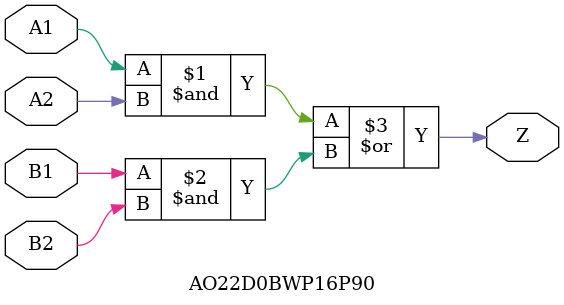
<source format=sv>
module AO22D0BWP16P90 ( 
input logic  A1,
input logic  A2, 
input logic  B1, 
input logic  B2, 
output logic  Z);  
assign Z = ((A1 & A2) | (B1 & B2)); 
endmodule 


</source>
